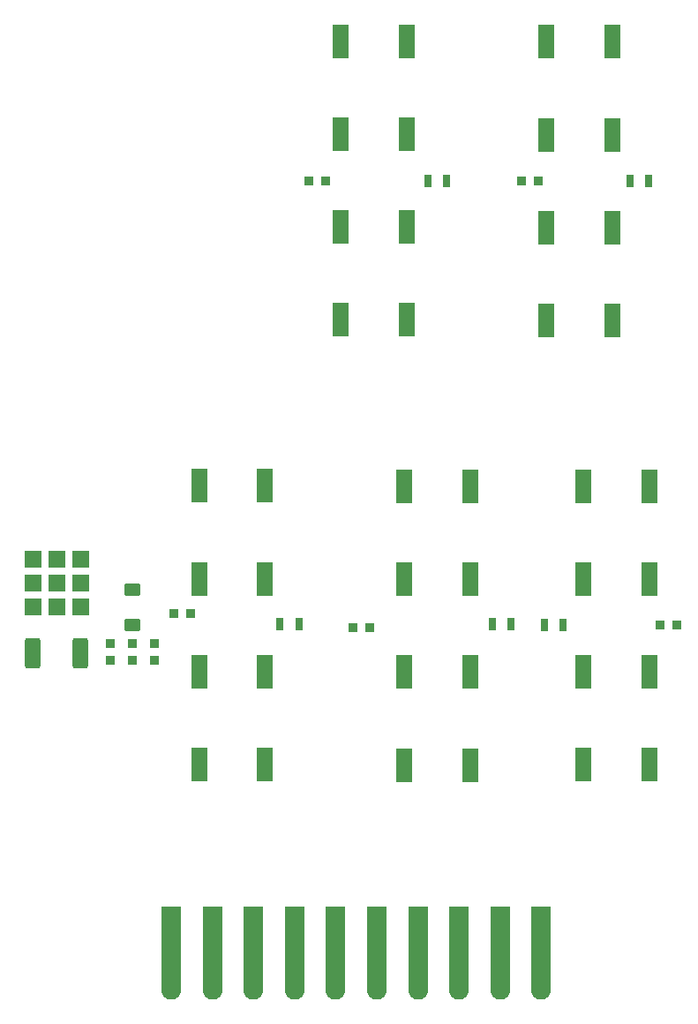
<source format=gbr>
G04 DipTrace 4.3.0.5*
G04 TopPaste.gbr*
%MOMM*%
G04 #@! TF.FileFunction,Paste,Top*
G04 #@! TF.Part,Single*
%AMOUTLINE2*
4,1,28,
-0.75,-1.18176,
-0.75,1.18176,
-0.74055,1.25351,
-0.71413,1.3173,
-0.67209,1.37209,
-0.6173,1.41413,
-0.55351,1.44055,
-0.48176,1.45,
0.48176,1.45,
0.55351,1.44055,
0.6173,1.41413,
0.67209,1.37209,
0.71413,1.3173,
0.74055,1.25351,
0.75,1.18176,
0.75,-1.18176,
0.74055,-1.25351,
0.71413,-1.3173,
0.67209,-1.37209,
0.6173,-1.41413,
0.55351,-1.44055,
0.48176,-1.45,
-0.48176,-1.45,
-0.55351,-1.44055,
-0.6173,-1.41413,
-0.67209,-1.37209,
-0.71413,-1.3173,
-0.74055,-1.25351,
-0.75,-1.18176,
0*%
%AMOUTLINE8*
4,1,28,
0.75,0.37297,
0.75,-0.37297,
0.74281,-0.42758,
0.723,-0.47541,
0.69148,-0.51648,
0.65041,-0.548,
0.60258,-0.56781,
0.54797,-0.575,
-0.54797,-0.575,
-0.60258,-0.56781,
-0.65041,-0.548,
-0.69148,-0.51648,
-0.723,-0.47541,
-0.74281,-0.42758,
-0.75,-0.37297,
-0.75,0.37297,
-0.74281,0.42758,
-0.723,0.47541,
-0.69148,0.51648,
-0.65041,0.548,
-0.60258,0.56781,
-0.54797,0.575,
0.54797,0.575,
0.60258,0.56781,
0.65041,0.548,
0.69148,0.51648,
0.723,0.47541,
0.74281,0.42758,
0.75,0.37297,
0*%
%AMOUTLINE11*
4,1,28,
0.8,1.5307,
0.8,-1.5307,
0.79563,-1.5639,
0.78408,-1.59177,
0.76571,-1.61571,
0.74177,-1.63408,
0.7139,-1.64563,
0.6807,-1.65,
-0.6807,-1.65,
-0.7139,-1.64563,
-0.74177,-1.63408,
-0.76571,-1.61571,
-0.78408,-1.59177,
-0.79563,-1.5639,
-0.8,-1.5307,
-0.8,1.5307,
-0.79563,1.5639,
-0.78408,1.59177,
-0.76571,1.61571,
-0.74177,1.63408,
-0.7139,1.64563,
-0.6807,1.65,
0.6807,1.65,
0.7139,1.64563,
0.74177,1.63408,
0.76571,1.61571,
0.78408,1.59177,
0.79563,1.5639,
0.8,1.5307,
0*%
%AMOUTLINE14*
4,1,28,
-0.8,-1.5307,
-0.8,1.5307,
-0.79563,1.5639,
-0.78408,1.59177,
-0.76571,1.61571,
-0.74177,1.63408,
-0.7139,1.64563,
-0.6807,1.65,
0.6807,1.65,
0.7139,1.64563,
0.74177,1.63408,
0.76571,1.61571,
0.78408,1.59177,
0.79563,1.5639,
0.8,1.5307,
0.8,-1.5307,
0.79563,-1.5639,
0.78408,-1.59177,
0.76571,-1.61571,
0.74177,-1.63408,
0.7139,-1.64563,
0.6807,-1.65,
-0.6807,-1.65,
-0.7139,-1.64563,
-0.74177,-1.63408,
-0.76571,-1.61571,
-0.78408,-1.59177,
-0.79563,-1.5639,
-0.8,-1.5307,
0*%
%AMOUTLINE17*
4,1,15,
-0.95,4.45,
0.95,4.45,
0.95,-3.49672,
0.91721,-3.74577,
0.82235,-3.97478,
0.67145,-4.17145,
0.47478,-4.32235,
0.24577,-4.41721,
0.0,-4.44957,
-0.24577,-4.41721,
-0.47478,-4.32235,
-0.67145,-4.17145,
-0.82235,-3.97478,
-0.91721,-3.74577,
-0.95,-3.49672,
-0.95,4.45,
0*%
%ADD29R,0.8X1.2*%
%ADD41R,0.85X0.9*%
%ADD49R,0.9X0.85*%
%ADD56OUTLINE2*%
%ADD62OUTLINE8*%
%ADD65OUTLINE11*%
%ADD68OUTLINE14*%
%ADD71OUTLINE17*%
%FSLAX35Y35*%
G04*
G71*
G90*
G75*
G01*
G04 TopPaste*
%LPD*%
D49*
X-5843100Y-6705350D3*
Y-6865350D3*
D29*
X-2618900Y-2266400D3*
X-2798900D3*
X-4035600Y-6519627D3*
X-4215600D3*
X-2000200D3*
X-2180200D3*
X-1677800Y-6524673D3*
X-1497800D3*
X-676300Y-2267400D3*
X-856300D3*
D56*
X-6128800Y-6796900D3*
X-6587300D3*
G36*
X-6210800Y-5814900D2*
X-6048800D1*
Y-5974900D1*
X-6210800D1*
Y-5814900D1*
G37*
G36*
X-6439800D2*
X-6277800D1*
Y-5974900D1*
X-6439800D1*
Y-5814900D1*
G37*
G36*
X-6668800D2*
X-6506800D1*
Y-5974900D1*
X-6668800D1*
Y-5814900D1*
G37*
G36*
X-6210800Y-6042400D2*
X-6048800D1*
Y-6202400D1*
X-6210800D1*
Y-6042400D1*
G37*
G36*
X-6439800D2*
X-6277800D1*
Y-6202400D1*
X-6439800D1*
Y-6042400D1*
G37*
G36*
X-6668800D2*
X-6506800D1*
Y-6202400D1*
X-6668800D1*
Y-6042400D1*
G37*
G36*
X-6210800Y-6269900D2*
X-6048800D1*
Y-6429900D1*
X-6210800D1*
Y-6269900D1*
G37*
G36*
X-6439800D2*
X-6277800D1*
Y-6429900D1*
X-6439800D1*
Y-6269900D1*
G37*
G36*
X-6668800D2*
X-6506800D1*
Y-6429900D1*
X-6668800D1*
Y-6269900D1*
G37*
D62*
X-5631100Y-6181200D3*
Y-6526200D3*
D65*
X-3632500Y-3597900D3*
D68*
X-3000500D3*
D65*
X-4992100Y-5189800D3*
D68*
X-4360100D3*
D65*
X-3026700Y-7866900D3*
D68*
X-2394700D3*
X-675300Y-5190800D3*
D65*
X-1307300D3*
X-1660900Y-931300D3*
D68*
X-1028900D3*
X-3000500Y-1817900D3*
D65*
X-3632500D3*
D68*
X-4360100Y-6969800D3*
D65*
X-4992100D3*
D68*
X-2394700Y-6086900D3*
D65*
X-3026700D3*
X-1307300Y-6970800D3*
D68*
X-675300D3*
X-1028900Y-2711300D3*
D65*
X-1660900D3*
D68*
X-3000500Y-927900D3*
D65*
X-3632500D3*
D68*
X-4360100Y-7859800D3*
D65*
X-4992100D3*
D68*
X-2394700Y-5196900D3*
D65*
X-3026700D3*
X-1307300Y-7860800D3*
D68*
X-675300D3*
X-1028900Y-3601300D3*
D65*
X-1660900D3*
X-3632500Y-2707900D3*
D68*
X-3000500D3*
D65*
X-4992100Y-6079800D3*
D68*
X-4360100D3*
D65*
X-3026700Y-6976900D3*
D68*
X-2394700D3*
X-675300Y-6080800D3*
D65*
X-1307300D3*
X-1660900Y-1821300D3*
D68*
X-1028900D3*
D71*
X-5260000Y-9672000D3*
X-4865557D3*
X-4471110D3*
X-4076667D3*
X-3682223D3*
X-3287777D3*
X-2893333D3*
X-2498890D3*
X-2104443D3*
X-1710000D3*
D49*
X-5631150Y-6865350D3*
Y-6705350D3*
D41*
X-3781800Y-2265300D3*
X-3941800D3*
X-5238150Y-6414800D3*
X-5078150D3*
X-3356800Y-6547050D3*
X-3516800D3*
X-409500Y-6522150D3*
X-569500D3*
X-1901900Y-2263200D3*
X-1741900D3*
D49*
X-5419200Y-6865350D3*
Y-6705350D3*
M02*

</source>
